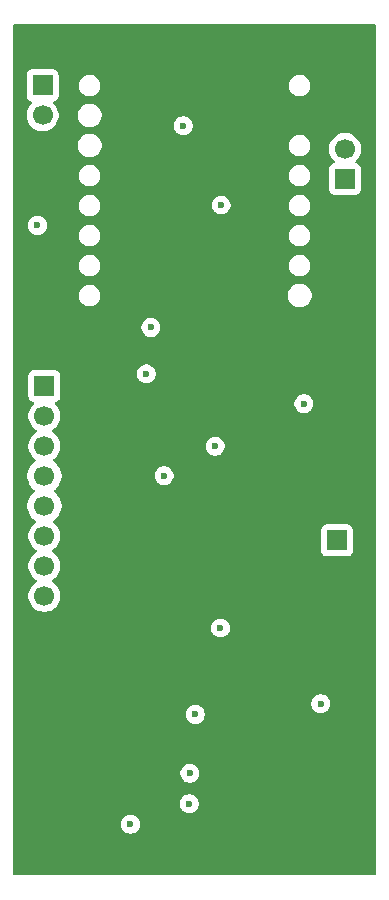
<source format=gbr>
%TF.GenerationSoftware,KiCad,Pcbnew,9.0.4*%
%TF.CreationDate,2025-09-14T15:21:26+10:00*%
%TF.ProjectId,opensenceesp32,6f70656e-7365-46e6-9365-65737033322e,rev?*%
%TF.SameCoordinates,Original*%
%TF.FileFunction,Copper,L3,Inr*%
%TF.FilePolarity,Positive*%
%FSLAX46Y46*%
G04 Gerber Fmt 4.6, Leading zero omitted, Abs format (unit mm)*
G04 Created by KiCad (PCBNEW 9.0.4) date 2025-09-14 15:21:27*
%MOMM*%
%LPD*%
G01*
G04 APERTURE LIST*
%TA.AperFunction,ComponentPad*%
%ADD10R,1.700000X1.700000*%
%TD*%
%TA.AperFunction,ComponentPad*%
%ADD11C,1.700000*%
%TD*%
%TA.AperFunction,ViaPad*%
%ADD12C,0.600000*%
%TD*%
G04 APERTURE END LIST*
D10*
%TO.N,VCC*%
%TO.C,J2*%
X242570000Y-102616000D03*
D11*
%TO.N,GND*%
X242570000Y-105156000D03*
%TD*%
D10*
%TO.N,Net-(U4-GPIO10)*%
%TO.C,SW1*%
X217652000Y-64084200D03*
D11*
%TO.N,Net-(R8-Pad2)*%
X217652000Y-66624200D03*
%TD*%
D10*
%TO.N,unconnected-(J1-Pin_1-Pad1)*%
%TO.C,J1*%
X217805000Y-89535000D03*
D11*
%TO.N,unconnected-(J1-Pin_2-Pad2)*%
X217805000Y-92075000D03*
%TO.N,unconnected-(J1-Pin_3-Pad3)*%
X217805000Y-94615000D03*
%TO.N,/SDA*%
X217805000Y-97155000D03*
%TO.N,/SCL*%
X217805000Y-99695000D03*
%TO.N,/GY_87_GND_SW*%
X217805000Y-102235000D03*
%TO.N,+3.3V*%
X217805000Y-104775000D03*
%TO.N,unconnected-(J1-Pin_8-Pad8)*%
X217805000Y-107315000D03*
%TD*%
D10*
%TO.N,+3.3V*%
%TO.C,SW2*%
X243256200Y-72014400D03*
D11*
%TO.N,Net-(SW2-B)*%
X243256200Y-69474400D03*
%TD*%
D12*
%TO.N,Net-(Q1-G)*%
X226441000Y-88519000D03*
X226822000Y-84582000D03*
%TO.N,/1PPS*%
X232765600Y-74218800D03*
X225094800Y-126644400D03*
%TO.N,/GPS_RESET*%
X241198400Y-116433600D03*
%TO.N,+3.3V*%
X239776000Y-91033600D03*
%TO.N,/GPS_TX*%
X230581200Y-117348000D03*
%TO.N,/GPS_RX*%
X232714800Y-110032800D03*
%TO.N,+3.3V*%
X217220800Y-75946000D03*
%TO.N,GND*%
X235305600Y-67208400D03*
%TO.N,+3.3V*%
X229565200Y-67513200D03*
%TO.N,GND*%
X224637600Y-94945200D03*
X222148400Y-100380800D03*
%TO.N,+3.3V*%
X227939600Y-97129600D03*
X232257600Y-94640400D03*
%TO.N,GND*%
X232460800Y-96824800D03*
X234492800Y-107289600D03*
X238099600Y-106832400D03*
X239725200Y-99872800D03*
X239776000Y-93929200D03*
%TO.N,+3.3V*%
X230124000Y-122326400D03*
X230073200Y-124917200D03*
%TO.N,GND*%
X220573600Y-122224800D03*
%TD*%
%TA.AperFunction,Conductor*%
%TO.N,GND*%
G36*
X245822539Y-58940185D02*
G01*
X245868294Y-58992989D01*
X245879500Y-59044500D01*
X245879500Y-130820500D01*
X245859815Y-130887539D01*
X245807011Y-130933294D01*
X245755500Y-130944500D01*
X215254500Y-130944500D01*
X215187461Y-130924815D01*
X215141706Y-130872011D01*
X215130500Y-130820500D01*
X215130500Y-126565553D01*
X224294300Y-126565553D01*
X224294300Y-126723246D01*
X224325061Y-126877889D01*
X224325064Y-126877901D01*
X224385402Y-127023572D01*
X224385409Y-127023585D01*
X224473010Y-127154688D01*
X224473013Y-127154692D01*
X224584507Y-127266186D01*
X224584511Y-127266189D01*
X224715614Y-127353790D01*
X224715627Y-127353797D01*
X224861298Y-127414135D01*
X224861303Y-127414137D01*
X225015953Y-127444899D01*
X225015956Y-127444900D01*
X225015958Y-127444900D01*
X225173644Y-127444900D01*
X225173645Y-127444899D01*
X225328297Y-127414137D01*
X225473979Y-127353794D01*
X225605089Y-127266189D01*
X225716589Y-127154689D01*
X225804194Y-127023579D01*
X225864537Y-126877897D01*
X225895300Y-126723242D01*
X225895300Y-126565558D01*
X225895300Y-126565555D01*
X225895299Y-126565553D01*
X225864538Y-126410910D01*
X225864537Y-126410903D01*
X225864535Y-126410898D01*
X225804197Y-126265227D01*
X225804190Y-126265214D01*
X225716589Y-126134111D01*
X225716586Y-126134107D01*
X225605092Y-126022613D01*
X225605088Y-126022610D01*
X225473985Y-125935009D01*
X225473972Y-125935002D01*
X225328301Y-125874664D01*
X225328289Y-125874661D01*
X225173645Y-125843900D01*
X225173642Y-125843900D01*
X225015958Y-125843900D01*
X225015955Y-125843900D01*
X224861310Y-125874661D01*
X224861298Y-125874664D01*
X224715627Y-125935002D01*
X224715614Y-125935009D01*
X224584511Y-126022610D01*
X224584507Y-126022613D01*
X224473013Y-126134107D01*
X224473010Y-126134111D01*
X224385409Y-126265214D01*
X224385402Y-126265227D01*
X224325064Y-126410898D01*
X224325061Y-126410910D01*
X224294300Y-126565553D01*
X215130500Y-126565553D01*
X215130500Y-124838353D01*
X229272700Y-124838353D01*
X229272700Y-124996046D01*
X229303461Y-125150689D01*
X229303464Y-125150701D01*
X229363802Y-125296372D01*
X229363809Y-125296385D01*
X229451410Y-125427488D01*
X229451413Y-125427492D01*
X229562907Y-125538986D01*
X229562911Y-125538989D01*
X229694014Y-125626590D01*
X229694027Y-125626597D01*
X229839698Y-125686935D01*
X229839703Y-125686937D01*
X229994353Y-125717699D01*
X229994356Y-125717700D01*
X229994358Y-125717700D01*
X230152044Y-125717700D01*
X230152045Y-125717699D01*
X230306697Y-125686937D01*
X230452379Y-125626594D01*
X230583489Y-125538989D01*
X230694989Y-125427489D01*
X230782594Y-125296379D01*
X230842937Y-125150697D01*
X230873700Y-124996042D01*
X230873700Y-124838358D01*
X230873700Y-124838355D01*
X230873699Y-124838353D01*
X230842938Y-124683710D01*
X230842937Y-124683703D01*
X230842935Y-124683698D01*
X230782597Y-124538027D01*
X230782590Y-124538014D01*
X230694989Y-124406911D01*
X230694986Y-124406907D01*
X230583492Y-124295413D01*
X230583488Y-124295410D01*
X230452385Y-124207809D01*
X230452372Y-124207802D01*
X230306701Y-124147464D01*
X230306689Y-124147461D01*
X230152045Y-124116700D01*
X230152042Y-124116700D01*
X229994358Y-124116700D01*
X229994355Y-124116700D01*
X229839710Y-124147461D01*
X229839698Y-124147464D01*
X229694027Y-124207802D01*
X229694014Y-124207809D01*
X229562911Y-124295410D01*
X229562907Y-124295413D01*
X229451413Y-124406907D01*
X229451410Y-124406911D01*
X229363809Y-124538014D01*
X229363802Y-124538027D01*
X229303464Y-124683698D01*
X229303461Y-124683710D01*
X229272700Y-124838353D01*
X215130500Y-124838353D01*
X215130500Y-122247553D01*
X229323500Y-122247553D01*
X229323500Y-122405246D01*
X229354261Y-122559889D01*
X229354264Y-122559901D01*
X229414602Y-122705572D01*
X229414609Y-122705585D01*
X229502210Y-122836688D01*
X229502213Y-122836692D01*
X229613707Y-122948186D01*
X229613711Y-122948189D01*
X229744814Y-123035790D01*
X229744827Y-123035797D01*
X229890498Y-123096135D01*
X229890503Y-123096137D01*
X230045153Y-123126899D01*
X230045156Y-123126900D01*
X230045158Y-123126900D01*
X230202844Y-123126900D01*
X230202845Y-123126899D01*
X230357497Y-123096137D01*
X230503179Y-123035794D01*
X230634289Y-122948189D01*
X230745789Y-122836689D01*
X230833394Y-122705579D01*
X230893737Y-122559897D01*
X230924500Y-122405242D01*
X230924500Y-122247558D01*
X230924500Y-122247555D01*
X230924499Y-122247553D01*
X230893738Y-122092910D01*
X230893737Y-122092903D01*
X230893735Y-122092898D01*
X230833397Y-121947227D01*
X230833390Y-121947214D01*
X230745789Y-121816111D01*
X230745786Y-121816107D01*
X230634292Y-121704613D01*
X230634288Y-121704610D01*
X230503185Y-121617009D01*
X230503172Y-121617002D01*
X230357501Y-121556664D01*
X230357489Y-121556661D01*
X230202845Y-121525900D01*
X230202842Y-121525900D01*
X230045158Y-121525900D01*
X230045155Y-121525900D01*
X229890510Y-121556661D01*
X229890498Y-121556664D01*
X229744827Y-121617002D01*
X229744814Y-121617009D01*
X229613711Y-121704610D01*
X229613707Y-121704613D01*
X229502213Y-121816107D01*
X229502210Y-121816111D01*
X229414609Y-121947214D01*
X229414602Y-121947227D01*
X229354264Y-122092898D01*
X229354261Y-122092910D01*
X229323500Y-122247553D01*
X215130500Y-122247553D01*
X215130500Y-117269153D01*
X229780700Y-117269153D01*
X229780700Y-117426846D01*
X229811461Y-117581489D01*
X229811464Y-117581501D01*
X229871802Y-117727172D01*
X229871809Y-117727185D01*
X229959410Y-117858288D01*
X229959413Y-117858292D01*
X230070907Y-117969786D01*
X230070911Y-117969789D01*
X230202014Y-118057390D01*
X230202027Y-118057397D01*
X230347698Y-118117735D01*
X230347703Y-118117737D01*
X230502353Y-118148499D01*
X230502356Y-118148500D01*
X230502358Y-118148500D01*
X230660044Y-118148500D01*
X230660045Y-118148499D01*
X230814697Y-118117737D01*
X230960379Y-118057394D01*
X231091489Y-117969789D01*
X231202989Y-117858289D01*
X231290594Y-117727179D01*
X231350937Y-117581497D01*
X231381700Y-117426842D01*
X231381700Y-117269158D01*
X231381700Y-117269155D01*
X231381699Y-117269153D01*
X231350938Y-117114510D01*
X231350937Y-117114503D01*
X231350935Y-117114498D01*
X231290597Y-116968827D01*
X231290590Y-116968814D01*
X231202989Y-116837711D01*
X231202986Y-116837707D01*
X231091492Y-116726213D01*
X231091488Y-116726210D01*
X230960385Y-116638609D01*
X230960372Y-116638602D01*
X230814701Y-116578264D01*
X230814689Y-116578261D01*
X230660045Y-116547500D01*
X230660042Y-116547500D01*
X230502358Y-116547500D01*
X230502355Y-116547500D01*
X230347710Y-116578261D01*
X230347698Y-116578264D01*
X230202027Y-116638602D01*
X230202014Y-116638609D01*
X230070911Y-116726210D01*
X230070907Y-116726213D01*
X229959413Y-116837707D01*
X229959410Y-116837711D01*
X229871809Y-116968814D01*
X229871802Y-116968827D01*
X229811464Y-117114498D01*
X229811461Y-117114510D01*
X229780700Y-117269153D01*
X215130500Y-117269153D01*
X215130500Y-116354753D01*
X240397900Y-116354753D01*
X240397900Y-116512446D01*
X240428661Y-116667089D01*
X240428664Y-116667101D01*
X240489002Y-116812772D01*
X240489009Y-116812785D01*
X240576610Y-116943888D01*
X240576613Y-116943892D01*
X240688107Y-117055386D01*
X240688111Y-117055389D01*
X240819214Y-117142990D01*
X240819227Y-117142997D01*
X240964898Y-117203335D01*
X240964903Y-117203337D01*
X241119553Y-117234099D01*
X241119556Y-117234100D01*
X241119558Y-117234100D01*
X241277244Y-117234100D01*
X241277245Y-117234099D01*
X241431897Y-117203337D01*
X241577579Y-117142994D01*
X241708689Y-117055389D01*
X241820189Y-116943889D01*
X241907794Y-116812779D01*
X241968137Y-116667097D01*
X241998900Y-116512442D01*
X241998900Y-116354758D01*
X241998900Y-116354755D01*
X241998899Y-116354753D01*
X241968138Y-116200110D01*
X241968137Y-116200103D01*
X241968135Y-116200098D01*
X241907797Y-116054427D01*
X241907790Y-116054414D01*
X241820189Y-115923311D01*
X241820186Y-115923307D01*
X241708692Y-115811813D01*
X241708688Y-115811810D01*
X241577585Y-115724209D01*
X241577572Y-115724202D01*
X241431901Y-115663864D01*
X241431889Y-115663861D01*
X241277245Y-115633100D01*
X241277242Y-115633100D01*
X241119558Y-115633100D01*
X241119555Y-115633100D01*
X240964910Y-115663861D01*
X240964898Y-115663864D01*
X240819227Y-115724202D01*
X240819214Y-115724209D01*
X240688111Y-115811810D01*
X240688107Y-115811813D01*
X240576613Y-115923307D01*
X240576610Y-115923311D01*
X240489009Y-116054414D01*
X240489002Y-116054427D01*
X240428664Y-116200098D01*
X240428661Y-116200110D01*
X240397900Y-116354753D01*
X215130500Y-116354753D01*
X215130500Y-109953953D01*
X231914300Y-109953953D01*
X231914300Y-110111646D01*
X231945061Y-110266289D01*
X231945064Y-110266301D01*
X232005402Y-110411972D01*
X232005409Y-110411985D01*
X232093010Y-110543088D01*
X232093013Y-110543092D01*
X232204507Y-110654586D01*
X232204511Y-110654589D01*
X232335614Y-110742190D01*
X232335627Y-110742197D01*
X232481298Y-110802535D01*
X232481303Y-110802537D01*
X232635953Y-110833299D01*
X232635956Y-110833300D01*
X232635958Y-110833300D01*
X232793644Y-110833300D01*
X232793645Y-110833299D01*
X232948297Y-110802537D01*
X233093979Y-110742194D01*
X233225089Y-110654589D01*
X233336589Y-110543089D01*
X233424194Y-110411979D01*
X233484537Y-110266297D01*
X233515300Y-110111642D01*
X233515300Y-109953958D01*
X233515300Y-109953955D01*
X233515299Y-109953953D01*
X233484538Y-109799310D01*
X233484537Y-109799303D01*
X233484535Y-109799298D01*
X233424197Y-109653627D01*
X233424190Y-109653614D01*
X233336589Y-109522511D01*
X233336586Y-109522507D01*
X233225092Y-109411013D01*
X233225088Y-109411010D01*
X233093985Y-109323409D01*
X233093972Y-109323402D01*
X232948301Y-109263064D01*
X232948289Y-109263061D01*
X232793645Y-109232300D01*
X232793642Y-109232300D01*
X232635958Y-109232300D01*
X232635955Y-109232300D01*
X232481310Y-109263061D01*
X232481298Y-109263064D01*
X232335627Y-109323402D01*
X232335614Y-109323409D01*
X232204511Y-109411010D01*
X232204507Y-109411013D01*
X232093013Y-109522507D01*
X232093010Y-109522511D01*
X232005409Y-109653614D01*
X232005402Y-109653627D01*
X231945064Y-109799298D01*
X231945061Y-109799310D01*
X231914300Y-109953953D01*
X215130500Y-109953953D01*
X215130500Y-97040837D01*
X216354500Y-97040837D01*
X216354500Y-97269162D01*
X216390215Y-97494660D01*
X216460770Y-97711803D01*
X216525576Y-97838990D01*
X216564421Y-97915228D01*
X216698621Y-98099937D01*
X216860063Y-98261379D01*
X216860069Y-98261383D01*
X216947191Y-98324683D01*
X216989857Y-98380013D01*
X216995835Y-98449627D01*
X216963228Y-98511421D01*
X216947191Y-98525317D01*
X216860069Y-98588616D01*
X216860060Y-98588623D01*
X216698622Y-98750061D01*
X216564421Y-98934771D01*
X216460770Y-99138196D01*
X216390215Y-99355339D01*
X216354500Y-99580837D01*
X216354500Y-99809162D01*
X216390215Y-100034660D01*
X216460770Y-100251803D01*
X216564421Y-100455228D01*
X216698621Y-100639937D01*
X216860063Y-100801379D01*
X217032256Y-100926486D01*
X217074921Y-100981815D01*
X217080900Y-101051429D01*
X217048294Y-101113224D01*
X217032255Y-101127121D01*
X216925214Y-101204890D01*
X216925209Y-101204894D01*
X216774890Y-101355213D01*
X216649951Y-101527179D01*
X216553444Y-101716585D01*
X216487753Y-101918760D01*
X216454500Y-102128713D01*
X216454500Y-102341286D01*
X216487753Y-102551239D01*
X216553444Y-102753414D01*
X216649951Y-102942820D01*
X216774890Y-103114786D01*
X216925213Y-103265109D01*
X217097182Y-103390050D01*
X217105946Y-103394516D01*
X217156742Y-103442491D01*
X217173536Y-103510312D01*
X217150998Y-103576447D01*
X217105946Y-103615484D01*
X217097182Y-103619949D01*
X216925213Y-103744890D01*
X216774890Y-103895213D01*
X216649951Y-104067179D01*
X216553444Y-104256585D01*
X216487753Y-104458760D01*
X216454500Y-104668713D01*
X216454500Y-104881286D01*
X216487753Y-105091239D01*
X216553444Y-105293414D01*
X216649951Y-105482820D01*
X216774890Y-105654786D01*
X216925213Y-105805109D01*
X217097182Y-105930050D01*
X217105946Y-105934516D01*
X217156742Y-105982491D01*
X217173536Y-106050312D01*
X217150998Y-106116447D01*
X217105946Y-106155484D01*
X217097182Y-106159949D01*
X216925213Y-106284890D01*
X216774890Y-106435213D01*
X216649951Y-106607179D01*
X216553444Y-106796585D01*
X216487753Y-106998760D01*
X216454500Y-107208713D01*
X216454500Y-107421286D01*
X216487753Y-107631239D01*
X216553444Y-107833414D01*
X216649951Y-108022820D01*
X216774890Y-108194786D01*
X216925213Y-108345109D01*
X217097179Y-108470048D01*
X217097181Y-108470049D01*
X217097184Y-108470051D01*
X217286588Y-108566557D01*
X217488757Y-108632246D01*
X217698713Y-108665500D01*
X217698714Y-108665500D01*
X217911286Y-108665500D01*
X217911287Y-108665500D01*
X218121243Y-108632246D01*
X218323412Y-108566557D01*
X218512816Y-108470051D01*
X218534789Y-108454086D01*
X218684786Y-108345109D01*
X218684788Y-108345106D01*
X218684792Y-108345104D01*
X218835104Y-108194792D01*
X218835106Y-108194788D01*
X218835109Y-108194786D01*
X218960048Y-108022820D01*
X218960047Y-108022820D01*
X218960051Y-108022816D01*
X219056557Y-107833412D01*
X219122246Y-107631243D01*
X219155500Y-107421287D01*
X219155500Y-107208713D01*
X219122246Y-106998757D01*
X219056557Y-106796588D01*
X218960051Y-106607184D01*
X218960049Y-106607181D01*
X218960048Y-106607179D01*
X218835109Y-106435213D01*
X218684786Y-106284890D01*
X218512820Y-106159951D01*
X218512115Y-106159591D01*
X218504054Y-106155485D01*
X218453259Y-106107512D01*
X218436463Y-106039692D01*
X218458999Y-105973556D01*
X218504054Y-105934515D01*
X218512816Y-105930051D01*
X218534789Y-105914086D01*
X218684786Y-105805109D01*
X218684788Y-105805106D01*
X218684792Y-105805104D01*
X218835104Y-105654792D01*
X218835106Y-105654788D01*
X218835109Y-105654786D01*
X218960048Y-105482820D01*
X218960047Y-105482820D01*
X218960051Y-105482816D01*
X219056557Y-105293412D01*
X219122246Y-105091243D01*
X219155500Y-104881287D01*
X219155500Y-104668713D01*
X219122246Y-104458757D01*
X219056557Y-104256588D01*
X218960051Y-104067184D01*
X218960049Y-104067181D01*
X218960048Y-104067179D01*
X218835109Y-103895213D01*
X218684786Y-103744890D01*
X218512820Y-103619951D01*
X218512115Y-103619591D01*
X218504054Y-103615485D01*
X218453259Y-103567512D01*
X218436463Y-103499692D01*
X218458999Y-103433556D01*
X218504054Y-103394515D01*
X218512816Y-103390051D01*
X218534789Y-103374086D01*
X218684786Y-103265109D01*
X218684788Y-103265106D01*
X218684792Y-103265104D01*
X218835104Y-103114792D01*
X218835106Y-103114788D01*
X218835109Y-103114786D01*
X218960048Y-102942820D01*
X218960047Y-102942820D01*
X218960051Y-102942816D01*
X219056557Y-102753412D01*
X219122246Y-102551243D01*
X219155500Y-102341287D01*
X219155500Y-102128713D01*
X219122246Y-101918757D01*
X219057060Y-101718135D01*
X241219500Y-101718135D01*
X241219500Y-103513870D01*
X241219501Y-103513876D01*
X241225908Y-103573483D01*
X241276202Y-103708328D01*
X241276206Y-103708335D01*
X241362452Y-103823544D01*
X241362455Y-103823547D01*
X241477664Y-103909793D01*
X241477671Y-103909797D01*
X241612517Y-103960091D01*
X241612516Y-103960091D01*
X241619444Y-103960835D01*
X241672127Y-103966500D01*
X243467872Y-103966499D01*
X243527483Y-103960091D01*
X243662331Y-103909796D01*
X243777546Y-103823546D01*
X243863796Y-103708331D01*
X243914091Y-103573483D01*
X243920500Y-103513873D01*
X243920499Y-101718128D01*
X243914091Y-101658517D01*
X243863796Y-101523669D01*
X243863795Y-101523668D01*
X243863793Y-101523664D01*
X243777547Y-101408455D01*
X243777544Y-101408452D01*
X243662335Y-101322206D01*
X243662328Y-101322202D01*
X243527482Y-101271908D01*
X243527483Y-101271908D01*
X243467883Y-101265501D01*
X243467881Y-101265500D01*
X243467873Y-101265500D01*
X243467864Y-101265500D01*
X241672129Y-101265500D01*
X241672123Y-101265501D01*
X241612516Y-101271908D01*
X241477671Y-101322202D01*
X241477664Y-101322206D01*
X241362455Y-101408452D01*
X241362452Y-101408455D01*
X241276206Y-101523664D01*
X241276202Y-101523671D01*
X241225908Y-101658517D01*
X241219666Y-101716585D01*
X241219501Y-101718123D01*
X241219500Y-101718135D01*
X219057060Y-101718135D01*
X219056557Y-101716588D01*
X218960051Y-101527184D01*
X218960049Y-101527181D01*
X218960048Y-101527179D01*
X218835109Y-101355213D01*
X218684792Y-101204896D01*
X218684784Y-101204890D01*
X218577743Y-101127121D01*
X218535078Y-101071792D01*
X218529099Y-101002178D01*
X218561704Y-100940383D01*
X218577734Y-100926492D01*
X218749937Y-100801379D01*
X218911379Y-100639937D01*
X219045579Y-100455228D01*
X219149231Y-100251799D01*
X219219784Y-100034660D01*
X219255500Y-99809162D01*
X219255500Y-99580837D01*
X219219784Y-99355339D01*
X219149229Y-99138196D01*
X219045578Y-98934771D01*
X218911379Y-98750063D01*
X218749937Y-98588621D01*
X218662807Y-98525317D01*
X218620143Y-98469988D01*
X218614164Y-98400374D01*
X218646770Y-98338579D01*
X218662807Y-98324683D01*
X218749937Y-98261379D01*
X218911379Y-98099937D01*
X219045579Y-97915228D01*
X219149231Y-97711799D01*
X219219784Y-97494660D01*
X219240621Y-97363101D01*
X219255500Y-97269162D01*
X219255500Y-97050753D01*
X227139100Y-97050753D01*
X227139100Y-97208446D01*
X227169861Y-97363089D01*
X227169864Y-97363101D01*
X227230202Y-97508772D01*
X227230209Y-97508785D01*
X227317810Y-97639888D01*
X227317813Y-97639892D01*
X227429307Y-97751386D01*
X227429311Y-97751389D01*
X227560414Y-97838990D01*
X227560427Y-97838997D01*
X227706098Y-97899335D01*
X227706103Y-97899337D01*
X227860753Y-97930099D01*
X227860756Y-97930100D01*
X227860758Y-97930100D01*
X228018444Y-97930100D01*
X228018445Y-97930099D01*
X228173097Y-97899337D01*
X228318779Y-97838994D01*
X228449889Y-97751389D01*
X228561389Y-97639889D01*
X228648994Y-97508779D01*
X228709337Y-97363097D01*
X228740100Y-97208442D01*
X228740100Y-97050758D01*
X228740100Y-97050755D01*
X228740099Y-97050753D01*
X228709338Y-96896110D01*
X228709337Y-96896103D01*
X228675884Y-96815339D01*
X228648997Y-96750427D01*
X228648990Y-96750414D01*
X228561389Y-96619311D01*
X228561386Y-96619307D01*
X228449892Y-96507813D01*
X228449888Y-96507810D01*
X228318785Y-96420209D01*
X228318772Y-96420202D01*
X228173101Y-96359864D01*
X228173089Y-96359861D01*
X228018445Y-96329100D01*
X228018442Y-96329100D01*
X227860758Y-96329100D01*
X227860755Y-96329100D01*
X227706110Y-96359861D01*
X227706098Y-96359864D01*
X227560427Y-96420202D01*
X227560414Y-96420209D01*
X227429311Y-96507810D01*
X227429307Y-96507813D01*
X227317813Y-96619307D01*
X227317810Y-96619311D01*
X227230209Y-96750414D01*
X227230202Y-96750427D01*
X227169864Y-96896098D01*
X227169861Y-96896110D01*
X227139100Y-97050753D01*
X219255500Y-97050753D01*
X219255500Y-97040837D01*
X219219784Y-96815339D01*
X219156090Y-96619311D01*
X219149231Y-96598201D01*
X219149229Y-96598198D01*
X219149229Y-96598196D01*
X219094550Y-96490884D01*
X219045579Y-96394772D01*
X218911379Y-96210063D01*
X218749937Y-96048621D01*
X218577742Y-95923513D01*
X218535078Y-95868184D01*
X218529099Y-95798570D01*
X218561705Y-95736775D01*
X218577740Y-95722881D01*
X218684792Y-95645104D01*
X218835104Y-95494792D01*
X218835106Y-95494788D01*
X218835109Y-95494786D01*
X218960048Y-95322820D01*
X218960047Y-95322820D01*
X218960051Y-95322816D01*
X219056557Y-95133412D01*
X219122246Y-94931243D01*
X219155500Y-94721287D01*
X219155500Y-94561553D01*
X231457100Y-94561553D01*
X231457100Y-94719246D01*
X231487861Y-94873889D01*
X231487864Y-94873901D01*
X231548202Y-95019572D01*
X231548209Y-95019585D01*
X231635810Y-95150688D01*
X231635813Y-95150692D01*
X231747307Y-95262186D01*
X231747311Y-95262189D01*
X231878414Y-95349790D01*
X231878427Y-95349797D01*
X232024098Y-95410135D01*
X232024103Y-95410137D01*
X232178753Y-95440899D01*
X232178756Y-95440900D01*
X232178758Y-95440900D01*
X232336444Y-95440900D01*
X232336445Y-95440899D01*
X232491097Y-95410137D01*
X232636779Y-95349794D01*
X232767889Y-95262189D01*
X232879389Y-95150689D01*
X232966994Y-95019579D01*
X233027337Y-94873897D01*
X233058100Y-94719242D01*
X233058100Y-94561558D01*
X233058100Y-94561555D01*
X233058099Y-94561553D01*
X233027338Y-94406910D01*
X233027337Y-94406903D01*
X232982542Y-94298757D01*
X232966997Y-94261227D01*
X232966990Y-94261214D01*
X232879389Y-94130111D01*
X232879386Y-94130107D01*
X232767892Y-94018613D01*
X232767888Y-94018610D01*
X232636785Y-93931009D01*
X232636772Y-93931002D01*
X232491101Y-93870664D01*
X232491089Y-93870661D01*
X232336445Y-93839900D01*
X232336442Y-93839900D01*
X232178758Y-93839900D01*
X232178755Y-93839900D01*
X232024110Y-93870661D01*
X232024098Y-93870664D01*
X231878427Y-93931002D01*
X231878414Y-93931009D01*
X231747311Y-94018610D01*
X231747307Y-94018613D01*
X231635813Y-94130107D01*
X231635810Y-94130111D01*
X231548209Y-94261214D01*
X231548202Y-94261227D01*
X231487864Y-94406898D01*
X231487861Y-94406910D01*
X231457100Y-94561553D01*
X219155500Y-94561553D01*
X219155500Y-94508713D01*
X219122246Y-94298757D01*
X219056557Y-94096588D01*
X218960051Y-93907184D01*
X218960049Y-93907181D01*
X218960048Y-93907179D01*
X218835109Y-93735213D01*
X218684786Y-93584890D01*
X218512820Y-93459951D01*
X218512115Y-93459591D01*
X218504054Y-93455485D01*
X218453259Y-93407512D01*
X218436463Y-93339692D01*
X218458999Y-93273556D01*
X218504054Y-93234515D01*
X218512816Y-93230051D01*
X218534789Y-93214086D01*
X218684786Y-93105109D01*
X218684788Y-93105106D01*
X218684792Y-93105104D01*
X218835104Y-92954792D01*
X218835106Y-92954788D01*
X218835109Y-92954786D01*
X218960048Y-92782820D01*
X218960047Y-92782820D01*
X218960051Y-92782816D01*
X219056557Y-92593412D01*
X219122246Y-92391243D01*
X219155500Y-92181287D01*
X219155500Y-91968713D01*
X219122246Y-91758757D01*
X219056557Y-91556588D01*
X218960051Y-91367184D01*
X218960049Y-91367181D01*
X218960048Y-91367179D01*
X218835109Y-91195213D01*
X218721569Y-91081673D01*
X218716650Y-91072666D01*
X218690954Y-91025606D01*
X218688084Y-91020350D01*
X218692775Y-90954753D01*
X238975500Y-90954753D01*
X238975500Y-91112446D01*
X239006261Y-91267089D01*
X239006264Y-91267101D01*
X239066602Y-91412772D01*
X239066609Y-91412785D01*
X239154210Y-91543888D01*
X239154213Y-91543892D01*
X239265707Y-91655386D01*
X239265711Y-91655389D01*
X239396814Y-91742990D01*
X239396827Y-91742997D01*
X239542498Y-91803335D01*
X239542503Y-91803337D01*
X239697153Y-91834099D01*
X239697156Y-91834100D01*
X239697158Y-91834100D01*
X239854844Y-91834100D01*
X239854845Y-91834099D01*
X240009497Y-91803337D01*
X240155179Y-91742994D01*
X240286289Y-91655389D01*
X240397789Y-91543889D01*
X240485394Y-91412779D01*
X240545737Y-91267097D01*
X240576500Y-91112442D01*
X240576500Y-90954758D01*
X240576500Y-90954755D01*
X240576499Y-90954753D01*
X240564558Y-90894724D01*
X240545737Y-90800103D01*
X240521897Y-90742547D01*
X240485397Y-90654427D01*
X240485390Y-90654414D01*
X240397789Y-90523311D01*
X240397786Y-90523307D01*
X240286292Y-90411813D01*
X240286288Y-90411810D01*
X240155185Y-90324209D01*
X240155172Y-90324202D01*
X240009501Y-90263864D01*
X240009489Y-90263861D01*
X239854845Y-90233100D01*
X239854842Y-90233100D01*
X239697158Y-90233100D01*
X239697155Y-90233100D01*
X239542510Y-90263861D01*
X239542498Y-90263864D01*
X239396827Y-90324202D01*
X239396814Y-90324209D01*
X239265711Y-90411810D01*
X239265707Y-90411813D01*
X239154213Y-90523307D01*
X239154210Y-90523311D01*
X239066609Y-90654414D01*
X239066602Y-90654427D01*
X239006264Y-90800098D01*
X239006261Y-90800110D01*
X238975500Y-90954753D01*
X218692775Y-90954753D01*
X218693068Y-90950658D01*
X218714290Y-90922309D01*
X218734940Y-90894724D01*
X218765915Y-90877810D01*
X218807315Y-90862369D01*
X218887444Y-90832484D01*
X218897328Y-90828797D01*
X218897327Y-90828797D01*
X218897331Y-90828796D01*
X219012546Y-90742546D01*
X219098796Y-90627331D01*
X219149091Y-90492483D01*
X219155500Y-90432873D01*
X219155499Y-88637128D01*
X219149091Y-88577517D01*
X219149091Y-88577516D01*
X219111750Y-88477399D01*
X219098797Y-88442671D01*
X219098793Y-88442664D01*
X219096913Y-88440153D01*
X225640500Y-88440153D01*
X225640500Y-88597846D01*
X225671261Y-88752489D01*
X225671264Y-88752501D01*
X225731602Y-88898172D01*
X225731609Y-88898185D01*
X225819210Y-89029288D01*
X225819213Y-89029292D01*
X225930707Y-89140786D01*
X225930711Y-89140789D01*
X226061814Y-89228390D01*
X226061827Y-89228397D01*
X226207498Y-89288735D01*
X226207503Y-89288737D01*
X226362153Y-89319499D01*
X226362156Y-89319500D01*
X226362158Y-89319500D01*
X226519844Y-89319500D01*
X226519845Y-89319499D01*
X226674497Y-89288737D01*
X226820179Y-89228394D01*
X226951289Y-89140789D01*
X227062789Y-89029289D01*
X227150394Y-88898179D01*
X227210737Y-88752497D01*
X227241500Y-88597842D01*
X227241500Y-88440158D01*
X227241500Y-88440155D01*
X227241499Y-88440153D01*
X227219082Y-88327455D01*
X227210737Y-88285503D01*
X227192387Y-88241202D01*
X227150397Y-88139827D01*
X227150390Y-88139814D01*
X227062789Y-88008711D01*
X227062786Y-88008707D01*
X226951292Y-87897213D01*
X226951288Y-87897210D01*
X226820185Y-87809609D01*
X226820172Y-87809602D01*
X226674501Y-87749264D01*
X226674489Y-87749261D01*
X226519845Y-87718500D01*
X226519842Y-87718500D01*
X226362158Y-87718500D01*
X226362155Y-87718500D01*
X226207510Y-87749261D01*
X226207498Y-87749264D01*
X226061827Y-87809602D01*
X226061814Y-87809609D01*
X225930711Y-87897210D01*
X225930707Y-87897213D01*
X225819213Y-88008707D01*
X225819210Y-88008711D01*
X225731609Y-88139814D01*
X225731602Y-88139827D01*
X225671264Y-88285498D01*
X225671261Y-88285510D01*
X225640500Y-88440153D01*
X219096913Y-88440153D01*
X219012547Y-88327455D01*
X219012544Y-88327452D01*
X218897335Y-88241206D01*
X218897328Y-88241202D01*
X218762482Y-88190908D01*
X218762483Y-88190908D01*
X218702883Y-88184501D01*
X218702881Y-88184500D01*
X218702873Y-88184500D01*
X218702864Y-88184500D01*
X216907129Y-88184500D01*
X216907123Y-88184501D01*
X216847516Y-88190908D01*
X216712671Y-88241202D01*
X216712664Y-88241206D01*
X216597455Y-88327452D01*
X216597452Y-88327455D01*
X216511206Y-88442664D01*
X216511202Y-88442671D01*
X216460908Y-88577517D01*
X216458723Y-88597846D01*
X216454501Y-88637123D01*
X216454500Y-88637135D01*
X216454500Y-90432870D01*
X216454501Y-90432876D01*
X216460908Y-90492483D01*
X216511202Y-90627328D01*
X216511206Y-90627335D01*
X216597452Y-90742544D01*
X216597455Y-90742547D01*
X216712664Y-90828793D01*
X216712671Y-90828797D01*
X216844082Y-90877810D01*
X216900016Y-90919681D01*
X216924433Y-90985145D01*
X216909582Y-91053418D01*
X216888431Y-91081673D01*
X216774889Y-91195215D01*
X216649951Y-91367179D01*
X216553444Y-91556585D01*
X216487753Y-91758760D01*
X216454500Y-91968713D01*
X216454500Y-92181286D01*
X216487753Y-92391239D01*
X216553444Y-92593414D01*
X216649951Y-92782820D01*
X216774890Y-92954786D01*
X216925213Y-93105109D01*
X217097182Y-93230050D01*
X217105946Y-93234516D01*
X217156742Y-93282491D01*
X217173536Y-93350312D01*
X217150998Y-93416447D01*
X217105946Y-93455484D01*
X217097182Y-93459949D01*
X216925213Y-93584890D01*
X216774890Y-93735213D01*
X216649951Y-93907179D01*
X216553444Y-94096585D01*
X216487753Y-94298760D01*
X216470626Y-94406898D01*
X216454500Y-94508713D01*
X216454500Y-94721287D01*
X216487754Y-94931243D01*
X216516458Y-95019585D01*
X216553444Y-95133414D01*
X216649951Y-95322820D01*
X216774890Y-95494786D01*
X216774896Y-95494792D01*
X216925208Y-95645104D01*
X217032256Y-95722878D01*
X217074921Y-95778207D01*
X217080900Y-95847820D01*
X217048295Y-95909616D01*
X217032256Y-95923514D01*
X216860061Y-96048622D01*
X216698622Y-96210061D01*
X216564421Y-96394771D01*
X216460770Y-96598196D01*
X216390215Y-96815339D01*
X216354500Y-97040837D01*
X215130500Y-97040837D01*
X215130500Y-84503153D01*
X226021500Y-84503153D01*
X226021500Y-84660846D01*
X226052261Y-84815489D01*
X226052264Y-84815501D01*
X226112602Y-84961172D01*
X226112609Y-84961185D01*
X226200210Y-85092288D01*
X226200213Y-85092292D01*
X226311707Y-85203786D01*
X226311711Y-85203789D01*
X226442814Y-85291390D01*
X226442827Y-85291397D01*
X226588498Y-85351735D01*
X226588503Y-85351737D01*
X226743153Y-85382499D01*
X226743156Y-85382500D01*
X226743158Y-85382500D01*
X226900844Y-85382500D01*
X226900845Y-85382499D01*
X227055497Y-85351737D01*
X227201179Y-85291394D01*
X227332289Y-85203789D01*
X227443789Y-85092289D01*
X227531394Y-84961179D01*
X227591737Y-84815497D01*
X227622500Y-84660842D01*
X227622500Y-84503158D01*
X227622500Y-84503155D01*
X227622499Y-84503153D01*
X227591738Y-84348510D01*
X227591737Y-84348503D01*
X227591735Y-84348498D01*
X227531397Y-84202827D01*
X227531390Y-84202814D01*
X227443789Y-84071711D01*
X227443786Y-84071707D01*
X227332292Y-83960213D01*
X227332288Y-83960210D01*
X227201185Y-83872609D01*
X227201172Y-83872602D01*
X227055501Y-83812264D01*
X227055489Y-83812261D01*
X226900845Y-83781500D01*
X226900842Y-83781500D01*
X226743158Y-83781500D01*
X226743155Y-83781500D01*
X226588510Y-83812261D01*
X226588498Y-83812264D01*
X226442827Y-83872602D01*
X226442814Y-83872609D01*
X226311711Y-83960210D01*
X226311707Y-83960213D01*
X226200213Y-84071707D01*
X226200210Y-84071711D01*
X226112609Y-84202814D01*
X226112602Y-84202827D01*
X226052264Y-84348498D01*
X226052261Y-84348510D01*
X226021500Y-84503153D01*
X215130500Y-84503153D01*
X215130500Y-81800904D01*
X220739900Y-81800904D01*
X220739900Y-81978295D01*
X220774503Y-82152258D01*
X220774506Y-82152267D01*
X220842383Y-82316140D01*
X220842390Y-82316153D01*
X220940935Y-82463634D01*
X220940938Y-82463638D01*
X221066361Y-82589061D01*
X221066365Y-82589064D01*
X221213846Y-82687609D01*
X221213859Y-82687616D01*
X221336763Y-82738523D01*
X221377734Y-82755494D01*
X221377736Y-82755494D01*
X221377741Y-82755496D01*
X221551704Y-82790099D01*
X221551707Y-82790100D01*
X221551709Y-82790100D01*
X221729093Y-82790100D01*
X221729094Y-82790099D01*
X221798830Y-82776228D01*
X221903058Y-82755496D01*
X221903061Y-82755494D01*
X221903066Y-82755494D01*
X222066947Y-82687613D01*
X222214435Y-82589064D01*
X222339864Y-82463635D01*
X222438413Y-82316147D01*
X222506294Y-82152266D01*
X222538940Y-81988143D01*
X238419899Y-81988143D01*
X238458347Y-82181429D01*
X238458350Y-82181439D01*
X238533764Y-82363507D01*
X238533771Y-82363520D01*
X238643260Y-82527381D01*
X238643263Y-82527385D01*
X238782614Y-82666736D01*
X238782618Y-82666739D01*
X238946479Y-82776228D01*
X238946492Y-82776235D01*
X239128560Y-82851649D01*
X239128565Y-82851651D01*
X239128569Y-82851651D01*
X239128570Y-82851652D01*
X239321856Y-82890100D01*
X239321859Y-82890100D01*
X239518943Y-82890100D01*
X239648982Y-82864232D01*
X239712235Y-82851651D01*
X239894314Y-82776232D01*
X240058182Y-82666739D01*
X240197539Y-82527382D01*
X240307032Y-82363514D01*
X240382451Y-82181435D01*
X240420900Y-81988141D01*
X240420900Y-81791059D01*
X240420900Y-81791056D01*
X240382452Y-81597770D01*
X240382451Y-81597769D01*
X240382451Y-81597765D01*
X240382449Y-81597760D01*
X240307035Y-81415692D01*
X240307028Y-81415679D01*
X240197539Y-81251818D01*
X240197536Y-81251814D01*
X240058185Y-81112463D01*
X240058181Y-81112460D01*
X239894320Y-81002971D01*
X239894307Y-81002964D01*
X239712239Y-80927550D01*
X239712229Y-80927547D01*
X239518943Y-80889100D01*
X239518941Y-80889100D01*
X239321859Y-80889100D01*
X239321857Y-80889100D01*
X239128570Y-80927547D01*
X239128560Y-80927550D01*
X238946492Y-81002964D01*
X238946479Y-81002971D01*
X238782618Y-81112460D01*
X238782614Y-81112463D01*
X238643263Y-81251814D01*
X238643260Y-81251818D01*
X238533771Y-81415679D01*
X238533764Y-81415692D01*
X238458350Y-81597760D01*
X238458347Y-81597770D01*
X238419900Y-81791056D01*
X238419900Y-81791059D01*
X238419900Y-81988141D01*
X238419900Y-81988143D01*
X238419899Y-81988143D01*
X222538940Y-81988143D01*
X222540900Y-81978291D01*
X222540900Y-81800909D01*
X222540900Y-81800906D01*
X222540899Y-81800904D01*
X222506296Y-81626941D01*
X222506293Y-81626932D01*
X222438416Y-81463059D01*
X222438409Y-81463046D01*
X222339864Y-81315565D01*
X222339861Y-81315561D01*
X222214438Y-81190138D01*
X222214434Y-81190135D01*
X222066953Y-81091590D01*
X222066940Y-81091583D01*
X221903067Y-81023706D01*
X221903058Y-81023703D01*
X221729094Y-80989100D01*
X221729091Y-80989100D01*
X221551709Y-80989100D01*
X221551706Y-80989100D01*
X221377741Y-81023703D01*
X221377732Y-81023706D01*
X221213859Y-81091583D01*
X221213846Y-81091590D01*
X221066365Y-81190135D01*
X221066361Y-81190138D01*
X220940938Y-81315561D01*
X220940935Y-81315565D01*
X220842390Y-81463046D01*
X220842383Y-81463059D01*
X220774506Y-81626932D01*
X220774503Y-81626941D01*
X220739900Y-81800904D01*
X215130500Y-81800904D01*
X215130500Y-79260904D01*
X220739900Y-79260904D01*
X220739900Y-79438295D01*
X220774503Y-79612258D01*
X220774506Y-79612267D01*
X220842383Y-79776140D01*
X220842390Y-79776153D01*
X220940935Y-79923634D01*
X220940938Y-79923638D01*
X221066361Y-80049061D01*
X221066365Y-80049064D01*
X221213846Y-80147609D01*
X221213859Y-80147616D01*
X221336763Y-80198523D01*
X221377734Y-80215494D01*
X221377736Y-80215494D01*
X221377741Y-80215496D01*
X221551704Y-80250099D01*
X221551707Y-80250100D01*
X221551709Y-80250100D01*
X221729093Y-80250100D01*
X221729094Y-80250099D01*
X221787082Y-80238564D01*
X221903058Y-80215496D01*
X221903061Y-80215494D01*
X221903066Y-80215494D01*
X222066947Y-80147613D01*
X222214435Y-80049064D01*
X222339864Y-79923635D01*
X222438413Y-79776147D01*
X222506294Y-79612266D01*
X222540900Y-79438291D01*
X222540900Y-79260909D01*
X222540900Y-79260906D01*
X222540899Y-79260904D01*
X238519900Y-79260904D01*
X238519900Y-79438295D01*
X238554503Y-79612258D01*
X238554506Y-79612267D01*
X238622383Y-79776140D01*
X238622390Y-79776153D01*
X238720935Y-79923634D01*
X238720938Y-79923638D01*
X238846361Y-80049061D01*
X238846365Y-80049064D01*
X238993846Y-80147609D01*
X238993859Y-80147616D01*
X239116763Y-80198523D01*
X239157734Y-80215494D01*
X239157736Y-80215494D01*
X239157741Y-80215496D01*
X239331704Y-80250099D01*
X239331707Y-80250100D01*
X239331709Y-80250100D01*
X239509093Y-80250100D01*
X239509094Y-80250099D01*
X239567082Y-80238564D01*
X239683058Y-80215496D01*
X239683061Y-80215494D01*
X239683066Y-80215494D01*
X239846947Y-80147613D01*
X239994435Y-80049064D01*
X240119864Y-79923635D01*
X240218413Y-79776147D01*
X240286294Y-79612266D01*
X240320900Y-79438291D01*
X240320900Y-79260909D01*
X240320900Y-79260906D01*
X240320899Y-79260904D01*
X240286296Y-79086941D01*
X240286293Y-79086932D01*
X240218416Y-78923059D01*
X240218409Y-78923046D01*
X240119864Y-78775565D01*
X240119861Y-78775561D01*
X239994438Y-78650138D01*
X239994434Y-78650135D01*
X239846953Y-78551590D01*
X239846940Y-78551583D01*
X239683067Y-78483706D01*
X239683058Y-78483703D01*
X239509094Y-78449100D01*
X239509091Y-78449100D01*
X239331709Y-78449100D01*
X239331706Y-78449100D01*
X239157741Y-78483703D01*
X239157732Y-78483706D01*
X238993859Y-78551583D01*
X238993846Y-78551590D01*
X238846365Y-78650135D01*
X238846361Y-78650138D01*
X238720938Y-78775561D01*
X238720935Y-78775565D01*
X238622390Y-78923046D01*
X238622383Y-78923059D01*
X238554506Y-79086932D01*
X238554503Y-79086941D01*
X238519900Y-79260904D01*
X222540899Y-79260904D01*
X222506296Y-79086941D01*
X222506293Y-79086932D01*
X222438416Y-78923059D01*
X222438409Y-78923046D01*
X222339864Y-78775565D01*
X222339861Y-78775561D01*
X222214438Y-78650138D01*
X222214434Y-78650135D01*
X222066953Y-78551590D01*
X222066940Y-78551583D01*
X221903067Y-78483706D01*
X221903058Y-78483703D01*
X221729094Y-78449100D01*
X221729091Y-78449100D01*
X221551709Y-78449100D01*
X221551706Y-78449100D01*
X221377741Y-78483703D01*
X221377732Y-78483706D01*
X221213859Y-78551583D01*
X221213846Y-78551590D01*
X221066365Y-78650135D01*
X221066361Y-78650138D01*
X220940938Y-78775561D01*
X220940935Y-78775565D01*
X220842390Y-78923046D01*
X220842383Y-78923059D01*
X220774506Y-79086932D01*
X220774503Y-79086941D01*
X220739900Y-79260904D01*
X215130500Y-79260904D01*
X215130500Y-75867153D01*
X216420300Y-75867153D01*
X216420300Y-76024846D01*
X216451061Y-76179489D01*
X216451064Y-76179501D01*
X216511402Y-76325172D01*
X216511409Y-76325185D01*
X216599010Y-76456288D01*
X216599013Y-76456292D01*
X216710507Y-76567786D01*
X216710511Y-76567789D01*
X216841614Y-76655390D01*
X216841627Y-76655397D01*
X216987298Y-76715735D01*
X216987303Y-76715737D01*
X217141953Y-76746499D01*
X217141956Y-76746500D01*
X217141958Y-76746500D01*
X217299644Y-76746500D01*
X217299645Y-76746499D01*
X217428321Y-76720904D01*
X220739900Y-76720904D01*
X220739900Y-76898295D01*
X220774503Y-77072258D01*
X220774506Y-77072267D01*
X220842383Y-77236140D01*
X220842390Y-77236153D01*
X220940935Y-77383634D01*
X220940938Y-77383638D01*
X221066361Y-77509061D01*
X221066365Y-77509064D01*
X221213846Y-77607609D01*
X221213859Y-77607616D01*
X221336763Y-77658523D01*
X221377734Y-77675494D01*
X221377736Y-77675494D01*
X221377741Y-77675496D01*
X221551704Y-77710099D01*
X221551707Y-77710100D01*
X221551709Y-77710100D01*
X221729093Y-77710100D01*
X221729094Y-77710099D01*
X221787082Y-77698564D01*
X221903058Y-77675496D01*
X221903061Y-77675494D01*
X221903066Y-77675494D01*
X222066947Y-77607613D01*
X222214435Y-77509064D01*
X222339864Y-77383635D01*
X222438413Y-77236147D01*
X222506294Y-77072266D01*
X222540900Y-76898291D01*
X222540900Y-76720909D01*
X222540900Y-76720906D01*
X222540899Y-76720904D01*
X238519900Y-76720904D01*
X238519900Y-76898295D01*
X238554503Y-77072258D01*
X238554506Y-77072267D01*
X238622383Y-77236140D01*
X238622390Y-77236153D01*
X238720935Y-77383634D01*
X238720938Y-77383638D01*
X238846361Y-77509061D01*
X238846365Y-77509064D01*
X238993846Y-77607609D01*
X238993859Y-77607616D01*
X239116763Y-77658523D01*
X239157734Y-77675494D01*
X239157736Y-77675494D01*
X239157741Y-77675496D01*
X239331704Y-77710099D01*
X239331707Y-77710100D01*
X239331709Y-77710100D01*
X239509093Y-77710100D01*
X239509094Y-77710099D01*
X239567082Y-77698564D01*
X239683058Y-77675496D01*
X239683061Y-77675494D01*
X239683066Y-77675494D01*
X239846947Y-77607613D01*
X239994435Y-77509064D01*
X240119864Y-77383635D01*
X240218413Y-77236147D01*
X240286294Y-77072266D01*
X240320900Y-76898291D01*
X240320900Y-76720909D01*
X240320900Y-76720906D01*
X240320899Y-76720904D01*
X240286296Y-76546941D01*
X240286293Y-76546932D01*
X240218416Y-76383059D01*
X240218409Y-76383046D01*
X240119864Y-76235565D01*
X240119861Y-76235561D01*
X239994438Y-76110138D01*
X239994434Y-76110135D01*
X239846953Y-76011590D01*
X239846940Y-76011583D01*
X239683067Y-75943706D01*
X239683058Y-75943703D01*
X239509094Y-75909100D01*
X239509091Y-75909100D01*
X239331709Y-75909100D01*
X239331706Y-75909100D01*
X239157741Y-75943703D01*
X239157732Y-75943706D01*
X238993859Y-76011583D01*
X238993846Y-76011590D01*
X238846365Y-76110135D01*
X238846361Y-76110138D01*
X238720938Y-76235561D01*
X238720935Y-76235565D01*
X238622390Y-76383046D01*
X238622383Y-76383059D01*
X238554506Y-76546932D01*
X238554503Y-76546941D01*
X238519900Y-76720904D01*
X222540899Y-76720904D01*
X222506296Y-76546941D01*
X222506293Y-76546932D01*
X222438416Y-76383059D01*
X222438409Y-76383046D01*
X222339864Y-76235565D01*
X222339861Y-76235561D01*
X222214438Y-76110138D01*
X222214434Y-76110135D01*
X222066953Y-76011590D01*
X222066940Y-76011583D01*
X221903067Y-75943706D01*
X221903058Y-75943703D01*
X221729094Y-75909100D01*
X221729091Y-75909100D01*
X221551709Y-75909100D01*
X221551706Y-75909100D01*
X221377741Y-75943703D01*
X221377732Y-75943706D01*
X221213859Y-76011583D01*
X221213846Y-76011590D01*
X221066365Y-76110135D01*
X221066361Y-76110138D01*
X220940938Y-76235561D01*
X220940935Y-76235565D01*
X220842390Y-76383046D01*
X220842383Y-76383059D01*
X220774506Y-76546932D01*
X220774503Y-76546941D01*
X220739900Y-76720904D01*
X217428321Y-76720904D01*
X217454297Y-76715737D01*
X217599979Y-76655394D01*
X217599985Y-76655390D01*
X217665350Y-76611715D01*
X217695177Y-76591784D01*
X217731089Y-76567789D01*
X217842589Y-76456289D01*
X217930194Y-76325179D01*
X217990537Y-76179497D01*
X218021300Y-76024842D01*
X218021300Y-75867158D01*
X218021300Y-75867155D01*
X218021299Y-75867153D01*
X217990538Y-75712510D01*
X217990537Y-75712503D01*
X217990535Y-75712498D01*
X217930197Y-75566827D01*
X217930190Y-75566814D01*
X217842589Y-75435711D01*
X217842586Y-75435707D01*
X217731092Y-75324213D01*
X217731088Y-75324210D01*
X217599985Y-75236609D01*
X217599972Y-75236602D01*
X217454301Y-75176264D01*
X217454289Y-75176261D01*
X217299645Y-75145500D01*
X217299642Y-75145500D01*
X217141958Y-75145500D01*
X217141955Y-75145500D01*
X216987310Y-75176261D01*
X216987298Y-75176264D01*
X216841627Y-75236602D01*
X216841614Y-75236609D01*
X216710511Y-75324210D01*
X216710507Y-75324213D01*
X216599013Y-75435707D01*
X216599010Y-75435711D01*
X216511409Y-75566814D01*
X216511402Y-75566827D01*
X216451064Y-75712498D01*
X216451061Y-75712510D01*
X216420300Y-75867153D01*
X215130500Y-75867153D01*
X215130500Y-74180904D01*
X220739900Y-74180904D01*
X220739900Y-74358295D01*
X220774503Y-74532258D01*
X220774506Y-74532267D01*
X220842383Y-74696140D01*
X220842390Y-74696153D01*
X220940935Y-74843634D01*
X220940938Y-74843638D01*
X221066361Y-74969061D01*
X221066365Y-74969064D01*
X221213846Y-75067609D01*
X221213859Y-75067616D01*
X221336763Y-75118523D01*
X221377734Y-75135494D01*
X221377736Y-75135494D01*
X221377741Y-75135496D01*
X221551704Y-75170099D01*
X221551707Y-75170100D01*
X221551709Y-75170100D01*
X221729093Y-75170100D01*
X221729094Y-75170099D01*
X221787082Y-75158564D01*
X221903058Y-75135496D01*
X221903061Y-75135494D01*
X221903066Y-75135494D01*
X222066947Y-75067613D01*
X222214435Y-74969064D01*
X222339864Y-74843635D01*
X222438413Y-74696147D01*
X222506294Y-74532266D01*
X222540900Y-74358291D01*
X222540900Y-74180909D01*
X222540900Y-74180906D01*
X222536355Y-74158058D01*
X222536355Y-74158057D01*
X222532754Y-74139953D01*
X231965100Y-74139953D01*
X231965100Y-74297646D01*
X231995861Y-74452289D01*
X231995864Y-74452301D01*
X232056202Y-74597972D01*
X232056209Y-74597985D01*
X232143810Y-74729088D01*
X232143813Y-74729092D01*
X232255307Y-74840586D01*
X232255311Y-74840589D01*
X232386414Y-74928190D01*
X232386427Y-74928197D01*
X232532098Y-74988535D01*
X232532103Y-74988537D01*
X232686753Y-75019299D01*
X232686756Y-75019300D01*
X232686758Y-75019300D01*
X232844444Y-75019300D01*
X232844445Y-75019299D01*
X232999097Y-74988537D01*
X233144779Y-74928194D01*
X233275889Y-74840589D01*
X233387389Y-74729089D01*
X233474994Y-74597979D01*
X233535337Y-74452297D01*
X233566100Y-74297642D01*
X233566100Y-74180904D01*
X238519900Y-74180904D01*
X238519900Y-74358295D01*
X238554503Y-74532258D01*
X238554506Y-74532267D01*
X238622383Y-74696140D01*
X238622390Y-74696153D01*
X238720935Y-74843634D01*
X238720938Y-74843638D01*
X238846361Y-74969061D01*
X238846365Y-74969064D01*
X238993846Y-75067609D01*
X238993859Y-75067616D01*
X239116763Y-75118523D01*
X239157734Y-75135494D01*
X239157736Y-75135494D01*
X239157741Y-75135496D01*
X239331704Y-75170099D01*
X239331707Y-75170100D01*
X239331709Y-75170100D01*
X239509093Y-75170100D01*
X239509094Y-75170099D01*
X239567082Y-75158564D01*
X239683058Y-75135496D01*
X239683061Y-75135494D01*
X239683066Y-75135494D01*
X239846947Y-75067613D01*
X239994435Y-74969064D01*
X240119864Y-74843635D01*
X240218413Y-74696147D01*
X240286294Y-74532266D01*
X240320900Y-74358291D01*
X240320900Y-74180909D01*
X240320900Y-74180906D01*
X240320899Y-74180904D01*
X240286296Y-74006941D01*
X240286293Y-74006932D01*
X240218416Y-73843059D01*
X240218409Y-73843046D01*
X240119864Y-73695565D01*
X240119861Y-73695561D01*
X239994438Y-73570138D01*
X239994434Y-73570135D01*
X239846953Y-73471590D01*
X239846940Y-73471583D01*
X239683067Y-73403706D01*
X239683058Y-73403703D01*
X239509094Y-73369100D01*
X239509091Y-73369100D01*
X239331709Y-73369100D01*
X239331706Y-73369100D01*
X239157741Y-73403703D01*
X239157732Y-73403706D01*
X238993859Y-73471583D01*
X238993846Y-73471590D01*
X238846365Y-73570135D01*
X238846361Y-73570138D01*
X238720938Y-73695561D01*
X238720935Y-73695565D01*
X238622390Y-73843046D01*
X238622383Y-73843059D01*
X238554506Y-74006932D01*
X238554503Y-74006941D01*
X238519900Y-74180904D01*
X233566100Y-74180904D01*
X233566100Y-74139958D01*
X233566100Y-74139955D01*
X233566099Y-74139953D01*
X233539641Y-74006941D01*
X233535337Y-73985303D01*
X233535335Y-73985298D01*
X233474997Y-73839627D01*
X233474990Y-73839614D01*
X233387389Y-73708511D01*
X233387386Y-73708507D01*
X233275892Y-73597013D01*
X233275888Y-73597010D01*
X233144785Y-73509409D01*
X233144772Y-73509402D01*
X232999101Y-73449064D01*
X232999089Y-73449061D01*
X232844445Y-73418300D01*
X232844442Y-73418300D01*
X232686758Y-73418300D01*
X232686755Y-73418300D01*
X232532110Y-73449061D01*
X232532098Y-73449064D01*
X232386427Y-73509402D01*
X232386414Y-73509409D01*
X232255311Y-73597010D01*
X232255307Y-73597013D01*
X232143813Y-73708507D01*
X232143810Y-73708511D01*
X232056209Y-73839614D01*
X232056202Y-73839627D01*
X231995864Y-73985298D01*
X231995861Y-73985310D01*
X231965100Y-74139953D01*
X222532754Y-74139953D01*
X222506296Y-74006941D01*
X222506293Y-74006932D01*
X222438416Y-73843059D01*
X222438409Y-73843046D01*
X222339864Y-73695565D01*
X222339861Y-73695561D01*
X222214438Y-73570138D01*
X222214434Y-73570135D01*
X222066953Y-73471590D01*
X222066940Y-73471583D01*
X221903067Y-73403706D01*
X221903058Y-73403703D01*
X221729094Y-73369100D01*
X221729091Y-73369100D01*
X221551709Y-73369100D01*
X221551706Y-73369100D01*
X221377741Y-73403703D01*
X221377732Y-73403706D01*
X221213859Y-73471583D01*
X221213846Y-73471590D01*
X221066365Y-73570135D01*
X221066361Y-73570138D01*
X220940938Y-73695561D01*
X220940935Y-73695565D01*
X220842390Y-73843046D01*
X220842383Y-73843059D01*
X220774506Y-74006932D01*
X220774503Y-74006941D01*
X220739900Y-74180904D01*
X215130500Y-74180904D01*
X215130500Y-71640904D01*
X220739900Y-71640904D01*
X220739900Y-71818295D01*
X220774503Y-71992258D01*
X220774506Y-71992267D01*
X220842383Y-72156140D01*
X220842390Y-72156153D01*
X220940935Y-72303634D01*
X220940938Y-72303638D01*
X221066361Y-72429061D01*
X221066365Y-72429064D01*
X221213846Y-72527609D01*
X221213859Y-72527616D01*
X221336763Y-72578523D01*
X221377734Y-72595494D01*
X221377736Y-72595494D01*
X221377741Y-72595496D01*
X221551704Y-72630099D01*
X221551707Y-72630100D01*
X221551709Y-72630100D01*
X221729093Y-72630100D01*
X221729094Y-72630099D01*
X221787082Y-72618564D01*
X221903058Y-72595496D01*
X221903061Y-72595494D01*
X221903066Y-72595494D01*
X222066947Y-72527613D01*
X222214435Y-72429064D01*
X222339864Y-72303635D01*
X222438413Y-72156147D01*
X222506294Y-71992266D01*
X222540900Y-71818291D01*
X222540900Y-71640909D01*
X222540900Y-71640906D01*
X222540899Y-71640904D01*
X238519900Y-71640904D01*
X238519900Y-71818295D01*
X238554503Y-71992258D01*
X238554506Y-71992267D01*
X238622383Y-72156140D01*
X238622390Y-72156153D01*
X238720935Y-72303634D01*
X238720938Y-72303638D01*
X238846361Y-72429061D01*
X238846365Y-72429064D01*
X238993846Y-72527609D01*
X238993859Y-72527616D01*
X239116763Y-72578523D01*
X239157734Y-72595494D01*
X239157736Y-72595494D01*
X239157741Y-72595496D01*
X239331704Y-72630099D01*
X239331707Y-72630100D01*
X239331709Y-72630100D01*
X239509093Y-72630100D01*
X239509094Y-72630099D01*
X239567082Y-72618564D01*
X239683058Y-72595496D01*
X239683061Y-72595494D01*
X239683066Y-72595494D01*
X239846947Y-72527613D01*
X239994435Y-72429064D01*
X240119864Y-72303635D01*
X240218413Y-72156147D01*
X240286294Y-71992266D01*
X240320900Y-71818291D01*
X240320900Y-71640909D01*
X240320900Y-71640906D01*
X240320899Y-71640904D01*
X240286296Y-71466941D01*
X240286293Y-71466932D01*
X240218416Y-71303059D01*
X240218409Y-71303046D01*
X240119864Y-71155565D01*
X240119861Y-71155561D01*
X239994438Y-71030138D01*
X239994434Y-71030135D01*
X239846953Y-70931590D01*
X239846940Y-70931583D01*
X239683067Y-70863706D01*
X239683058Y-70863703D01*
X239509094Y-70829100D01*
X239509091Y-70829100D01*
X239331709Y-70829100D01*
X239331706Y-70829100D01*
X239157741Y-70863703D01*
X239157732Y-70863706D01*
X238993859Y-70931583D01*
X238993846Y-70931590D01*
X238846365Y-71030135D01*
X238846361Y-71030138D01*
X238720938Y-71155561D01*
X238720935Y-71155565D01*
X238622390Y-71303046D01*
X238622383Y-71303059D01*
X238554506Y-71466932D01*
X238554503Y-71466941D01*
X238519900Y-71640904D01*
X222540899Y-71640904D01*
X222506296Y-71466941D01*
X222506293Y-71466932D01*
X222438416Y-71303059D01*
X222438409Y-71303046D01*
X222339864Y-71155565D01*
X222339861Y-71155561D01*
X222214438Y-71030138D01*
X222214434Y-71030135D01*
X222066953Y-70931590D01*
X222066940Y-70931583D01*
X221903067Y-70863706D01*
X221903058Y-70863703D01*
X221729094Y-70829100D01*
X221729091Y-70829100D01*
X221551709Y-70829100D01*
X221551706Y-70829100D01*
X221377741Y-70863703D01*
X221377732Y-70863706D01*
X221213859Y-70931583D01*
X221213846Y-70931590D01*
X221066365Y-71030135D01*
X221066361Y-71030138D01*
X220940938Y-71155561D01*
X220940935Y-71155565D01*
X220842390Y-71303046D01*
X220842383Y-71303059D01*
X220774506Y-71466932D01*
X220774503Y-71466941D01*
X220739900Y-71640904D01*
X215130500Y-71640904D01*
X215130500Y-69288143D01*
X220639899Y-69288143D01*
X220678347Y-69481429D01*
X220678350Y-69481439D01*
X220753764Y-69663507D01*
X220753771Y-69663520D01*
X220863260Y-69827381D01*
X220863263Y-69827385D01*
X221002614Y-69966736D01*
X221002618Y-69966739D01*
X221166479Y-70076228D01*
X221166492Y-70076235D01*
X221348560Y-70151649D01*
X221348565Y-70151651D01*
X221348569Y-70151651D01*
X221348570Y-70151652D01*
X221541856Y-70190100D01*
X221541859Y-70190100D01*
X221738943Y-70190100D01*
X221868982Y-70164232D01*
X221932235Y-70151651D01*
X222114314Y-70076232D01*
X222278182Y-69966739D01*
X222417539Y-69827382D01*
X222527032Y-69663514D01*
X222602451Y-69481435D01*
X222615032Y-69418182D01*
X222640900Y-69288143D01*
X222640900Y-69100904D01*
X238519900Y-69100904D01*
X238519900Y-69278295D01*
X238554503Y-69452258D01*
X238554506Y-69452267D01*
X238622383Y-69616140D01*
X238622390Y-69616153D01*
X238720935Y-69763634D01*
X238720938Y-69763638D01*
X238846361Y-69889061D01*
X238846365Y-69889064D01*
X238993846Y-69987609D01*
X238993859Y-69987616D01*
X239116763Y-70038523D01*
X239157734Y-70055494D01*
X239157736Y-70055494D01*
X239157741Y-70055496D01*
X239331704Y-70090099D01*
X239331707Y-70090100D01*
X239331709Y-70090100D01*
X239509093Y-70090100D01*
X239509094Y-70090099D01*
X239578830Y-70076228D01*
X239683058Y-70055496D01*
X239683061Y-70055494D01*
X239683066Y-70055494D01*
X239846947Y-69987613D01*
X239994435Y-69889064D01*
X240119864Y-69763635D01*
X240218413Y-69616147D01*
X240286294Y-69452266D01*
X240295246Y-69407257D01*
X240303033Y-69368113D01*
X241905700Y-69368113D01*
X241905700Y-69580686D01*
X241934676Y-69763638D01*
X241938954Y-69790643D01*
X242002952Y-69987609D01*
X242004644Y-69992814D01*
X242101151Y-70182220D01*
X242226090Y-70354186D01*
X242339630Y-70467726D01*
X242373115Y-70529049D01*
X242368131Y-70598741D01*
X242326259Y-70654674D01*
X242295283Y-70671589D01*
X242163869Y-70720603D01*
X242163864Y-70720606D01*
X242048655Y-70806852D01*
X242048652Y-70806855D01*
X241962406Y-70922064D01*
X241962402Y-70922071D01*
X241912108Y-71056917D01*
X241905701Y-71116516D01*
X241905701Y-71116523D01*
X241905700Y-71116535D01*
X241905700Y-72912270D01*
X241905701Y-72912276D01*
X241912108Y-72971883D01*
X241962402Y-73106728D01*
X241962406Y-73106735D01*
X242048652Y-73221944D01*
X242048655Y-73221947D01*
X242163864Y-73308193D01*
X242163871Y-73308197D01*
X242298717Y-73358491D01*
X242298716Y-73358491D01*
X242305644Y-73359235D01*
X242358327Y-73364900D01*
X244154072Y-73364899D01*
X244213683Y-73358491D01*
X244348531Y-73308196D01*
X244463746Y-73221946D01*
X244549996Y-73106731D01*
X244600291Y-72971883D01*
X244606700Y-72912273D01*
X244606699Y-71116528D01*
X244600291Y-71056917D01*
X244590302Y-71030136D01*
X244549997Y-70922071D01*
X244549993Y-70922064D01*
X244463747Y-70806855D01*
X244463744Y-70806852D01*
X244348535Y-70720606D01*
X244348528Y-70720602D01*
X244217117Y-70671589D01*
X244161183Y-70629718D01*
X244136766Y-70564253D01*
X244151618Y-70495980D01*
X244172763Y-70467732D01*
X244286304Y-70354192D01*
X244411251Y-70182216D01*
X244507757Y-69992812D01*
X244573446Y-69790643D01*
X244606700Y-69580687D01*
X244606700Y-69368113D01*
X244573446Y-69158157D01*
X244507757Y-68955988D01*
X244411251Y-68766584D01*
X244411249Y-68766581D01*
X244411248Y-68766579D01*
X244286309Y-68594613D01*
X244135986Y-68444290D01*
X243964020Y-68319351D01*
X243774614Y-68222844D01*
X243774613Y-68222843D01*
X243774612Y-68222843D01*
X243572443Y-68157154D01*
X243572441Y-68157153D01*
X243572440Y-68157153D01*
X243411157Y-68131608D01*
X243362487Y-68123900D01*
X243149913Y-68123900D01*
X243101242Y-68131608D01*
X242939960Y-68157153D01*
X242737785Y-68222844D01*
X242548379Y-68319351D01*
X242376413Y-68444290D01*
X242226090Y-68594613D01*
X242101151Y-68766579D01*
X242004644Y-68955985D01*
X241938953Y-69158160D01*
X241905700Y-69368113D01*
X240303033Y-69368113D01*
X240308815Y-69339049D01*
X240308815Y-69339048D01*
X240320899Y-69278295D01*
X240320900Y-69278293D01*
X240320900Y-69100906D01*
X240320899Y-69100904D01*
X240286296Y-68926941D01*
X240286293Y-68926932D01*
X240218416Y-68763059D01*
X240218409Y-68763046D01*
X240119864Y-68615565D01*
X240119861Y-68615561D01*
X239994438Y-68490138D01*
X239994434Y-68490135D01*
X239846953Y-68391590D01*
X239846940Y-68391583D01*
X239683067Y-68323706D01*
X239683058Y-68323703D01*
X239509094Y-68289100D01*
X239509091Y-68289100D01*
X239331709Y-68289100D01*
X239331706Y-68289100D01*
X239157741Y-68323703D01*
X239157732Y-68323706D01*
X238993859Y-68391583D01*
X238993846Y-68391590D01*
X238846365Y-68490135D01*
X238846361Y-68490138D01*
X238720938Y-68615561D01*
X238720935Y-68615565D01*
X238622390Y-68763046D01*
X238622383Y-68763059D01*
X238554506Y-68926932D01*
X238554503Y-68926941D01*
X238519900Y-69100904D01*
X222640900Y-69100904D01*
X222640900Y-69091056D01*
X222602452Y-68897770D01*
X222602451Y-68897769D01*
X222602451Y-68897765D01*
X222602449Y-68897760D01*
X222527035Y-68715692D01*
X222527028Y-68715679D01*
X222417539Y-68551818D01*
X222417536Y-68551814D01*
X222278185Y-68412463D01*
X222278181Y-68412460D01*
X222114320Y-68302971D01*
X222114307Y-68302964D01*
X221932239Y-68227550D01*
X221932229Y-68227547D01*
X221738943Y-68189100D01*
X221738941Y-68189100D01*
X221541859Y-68189100D01*
X221541857Y-68189100D01*
X221348570Y-68227547D01*
X221348560Y-68227550D01*
X221166492Y-68302964D01*
X221166479Y-68302971D01*
X221002618Y-68412460D01*
X221002614Y-68412463D01*
X220863263Y-68551814D01*
X220863260Y-68551818D01*
X220753771Y-68715679D01*
X220753764Y-68715692D01*
X220678350Y-68897760D01*
X220678347Y-68897770D01*
X220639900Y-69091056D01*
X220639900Y-69091059D01*
X220639900Y-69288141D01*
X220639900Y-69288143D01*
X220639899Y-69288143D01*
X215130500Y-69288143D01*
X215130500Y-63186335D01*
X216301500Y-63186335D01*
X216301500Y-64982070D01*
X216301501Y-64982076D01*
X216307908Y-65041683D01*
X216358202Y-65176528D01*
X216358206Y-65176535D01*
X216444452Y-65291744D01*
X216444455Y-65291747D01*
X216559664Y-65377993D01*
X216559671Y-65377997D01*
X216691082Y-65427010D01*
X216747016Y-65468881D01*
X216771433Y-65534345D01*
X216756582Y-65602618D01*
X216735431Y-65630873D01*
X216621889Y-65744415D01*
X216496951Y-65916379D01*
X216400444Y-66105785D01*
X216334753Y-66307960D01*
X216326866Y-66357760D01*
X216301500Y-66517913D01*
X216301500Y-66730487D01*
X216334754Y-66940443D01*
X216397649Y-67134014D01*
X216400444Y-67142614D01*
X216496951Y-67332020D01*
X216621890Y-67503986D01*
X216772213Y-67654309D01*
X216944179Y-67779248D01*
X216944181Y-67779249D01*
X216944184Y-67779251D01*
X217133588Y-67875757D01*
X217335757Y-67941446D01*
X217545713Y-67974700D01*
X217545714Y-67974700D01*
X217758286Y-67974700D01*
X217758287Y-67974700D01*
X217968243Y-67941446D01*
X218170412Y-67875757D01*
X218359816Y-67779251D01*
X218404634Y-67746689D01*
X218531786Y-67654309D01*
X218531788Y-67654306D01*
X218531792Y-67654304D01*
X218682104Y-67503992D01*
X218682106Y-67503988D01*
X218682109Y-67503986D01*
X218807048Y-67332020D01*
X218807047Y-67332020D01*
X218807051Y-67332016D01*
X218903557Y-67142612D01*
X218969246Y-66940443D01*
X218999704Y-66748143D01*
X220639899Y-66748143D01*
X220678347Y-66941429D01*
X220678350Y-66941439D01*
X220753764Y-67123507D01*
X220753771Y-67123520D01*
X220863260Y-67287381D01*
X220863263Y-67287385D01*
X221002614Y-67426736D01*
X221002618Y-67426739D01*
X221166479Y-67536228D01*
X221166492Y-67536235D01*
X221301224Y-67592042D01*
X221348565Y-67611651D01*
X221348569Y-67611651D01*
X221348570Y-67611652D01*
X221541856Y-67650100D01*
X221541859Y-67650100D01*
X221738943Y-67650100D01*
X221868982Y-67624232D01*
X221932235Y-67611651D01*
X222114314Y-67536232D01*
X222266787Y-67434353D01*
X228764700Y-67434353D01*
X228764700Y-67592046D01*
X228795461Y-67746689D01*
X228795464Y-67746701D01*
X228855802Y-67892372D01*
X228855809Y-67892385D01*
X228943410Y-68023488D01*
X228943413Y-68023492D01*
X229054907Y-68134986D01*
X229054911Y-68134989D01*
X229186014Y-68222590D01*
X229186027Y-68222597D01*
X229331698Y-68282935D01*
X229331703Y-68282937D01*
X229486353Y-68313699D01*
X229486356Y-68313700D01*
X229486358Y-68313700D01*
X229644044Y-68313700D01*
X229644045Y-68313699D01*
X229798697Y-68282937D01*
X229932414Y-68227550D01*
X229944372Y-68222597D01*
X229944372Y-68222596D01*
X229944379Y-68222594D01*
X230075489Y-68134989D01*
X230186989Y-68023489D01*
X230274594Y-67892379D01*
X230334937Y-67746697D01*
X230365700Y-67592042D01*
X230365700Y-67434358D01*
X230365700Y-67434355D01*
X230365699Y-67434353D01*
X230347047Y-67340585D01*
X230334937Y-67279703D01*
X230334935Y-67279698D01*
X230274597Y-67134027D01*
X230274590Y-67134014D01*
X230186989Y-67002911D01*
X230186986Y-67002907D01*
X230075492Y-66891413D01*
X230075488Y-66891410D01*
X229944385Y-66803809D01*
X229944372Y-66803802D01*
X229798701Y-66743464D01*
X229798689Y-66743461D01*
X229644045Y-66712700D01*
X229644042Y-66712700D01*
X229486358Y-66712700D01*
X229486355Y-66712700D01*
X229331710Y-66743461D01*
X229331698Y-66743464D01*
X229186027Y-66803802D01*
X229186014Y-66803809D01*
X229054911Y-66891410D01*
X229054907Y-66891413D01*
X228943413Y-67002907D01*
X228943410Y-67002911D01*
X228855809Y-67134014D01*
X228855802Y-67134027D01*
X228795464Y-67279698D01*
X228795461Y-67279710D01*
X228764700Y-67434353D01*
X222266787Y-67434353D01*
X222278182Y-67426739D01*
X222278185Y-67426736D01*
X222364337Y-67340585D01*
X222417536Y-67287385D01*
X222417539Y-67287382D01*
X222527032Y-67123514D01*
X222602451Y-66941435D01*
X222629827Y-66803809D01*
X222640900Y-66748143D01*
X222640900Y-66551056D01*
X222602452Y-66357770D01*
X222602451Y-66357769D01*
X222602451Y-66357765D01*
X222581820Y-66307957D01*
X222527035Y-66175692D01*
X222527028Y-66175679D01*
X222417539Y-66011818D01*
X222417536Y-66011814D01*
X222278185Y-65872463D01*
X222278181Y-65872460D01*
X222114320Y-65762971D01*
X222114307Y-65762964D01*
X221932239Y-65687550D01*
X221932229Y-65687547D01*
X221738943Y-65649100D01*
X221738941Y-65649100D01*
X221541859Y-65649100D01*
X221541857Y-65649100D01*
X221348570Y-65687547D01*
X221348560Y-65687550D01*
X221166492Y-65762964D01*
X221166479Y-65762971D01*
X221002618Y-65872460D01*
X221002614Y-65872463D01*
X220863263Y-66011814D01*
X220863260Y-66011818D01*
X220753771Y-66175679D01*
X220753764Y-66175692D01*
X220678350Y-66357760D01*
X220678347Y-66357770D01*
X220639900Y-66551056D01*
X220639900Y-66551059D01*
X220639900Y-66748141D01*
X220639900Y-66748143D01*
X220639899Y-66748143D01*
X218999704Y-66748143D01*
X219002500Y-66730487D01*
X219002500Y-66517913D01*
X218969246Y-66307957D01*
X218903557Y-66105788D01*
X218807051Y-65916384D01*
X218807049Y-65916381D01*
X218807048Y-65916379D01*
X218682109Y-65744413D01*
X218568569Y-65630873D01*
X218535084Y-65569550D01*
X218540068Y-65499858D01*
X218581940Y-65443925D01*
X218612915Y-65427010D01*
X218744331Y-65377996D01*
X218859546Y-65291746D01*
X218945796Y-65176531D01*
X218996091Y-65041683D01*
X219002500Y-64982073D01*
X219002499Y-64020904D01*
X220739900Y-64020904D01*
X220739900Y-64198295D01*
X220774503Y-64372258D01*
X220774506Y-64372267D01*
X220842383Y-64536140D01*
X220842390Y-64536153D01*
X220940935Y-64683634D01*
X220940938Y-64683638D01*
X221066361Y-64809061D01*
X221066365Y-64809064D01*
X221213846Y-64907609D01*
X221213859Y-64907616D01*
X221336763Y-64958523D01*
X221377734Y-64975494D01*
X221377736Y-64975494D01*
X221377741Y-64975496D01*
X221551704Y-65010099D01*
X221551707Y-65010100D01*
X221551709Y-65010100D01*
X221729093Y-65010100D01*
X221729094Y-65010099D01*
X221787082Y-64998564D01*
X221903058Y-64975496D01*
X221903061Y-64975494D01*
X221903066Y-64975494D01*
X222066947Y-64907613D01*
X222214435Y-64809064D01*
X222339864Y-64683635D01*
X222438413Y-64536147D01*
X222506294Y-64372266D01*
X222540900Y-64198291D01*
X222540900Y-64020909D01*
X222540900Y-64020906D01*
X222540899Y-64020904D01*
X238519900Y-64020904D01*
X238519900Y-64198295D01*
X238554503Y-64372258D01*
X238554506Y-64372267D01*
X238622383Y-64536140D01*
X238622390Y-64536153D01*
X238720935Y-64683634D01*
X238720938Y-64683638D01*
X238846361Y-64809061D01*
X238846365Y-64809064D01*
X238993846Y-64907609D01*
X238993859Y-64907616D01*
X239116763Y-64958523D01*
X239157734Y-64975494D01*
X239157736Y-64975494D01*
X239157741Y-64975496D01*
X239331704Y-65010099D01*
X239331707Y-65010100D01*
X239331709Y-65010100D01*
X239509093Y-65010100D01*
X239509094Y-65010099D01*
X239567082Y-64998564D01*
X239683058Y-64975496D01*
X239683061Y-64975494D01*
X239683066Y-64975494D01*
X239846947Y-64907613D01*
X239994435Y-64809064D01*
X240119864Y-64683635D01*
X240218413Y-64536147D01*
X240286294Y-64372266D01*
X240320900Y-64198291D01*
X240320900Y-64020909D01*
X240320900Y-64020906D01*
X240320899Y-64020904D01*
X240286296Y-63846941D01*
X240286293Y-63846932D01*
X240218416Y-63683059D01*
X240218409Y-63683046D01*
X240119864Y-63535565D01*
X240119861Y-63535561D01*
X239994438Y-63410138D01*
X239994434Y-63410135D01*
X239846953Y-63311590D01*
X239846940Y-63311583D01*
X239683067Y-63243706D01*
X239683058Y-63243703D01*
X239509094Y-63209100D01*
X239509091Y-63209100D01*
X239331709Y-63209100D01*
X239331706Y-63209100D01*
X239157741Y-63243703D01*
X239157732Y-63243706D01*
X238993859Y-63311583D01*
X238993846Y-63311590D01*
X238846365Y-63410135D01*
X238846361Y-63410138D01*
X238720938Y-63535561D01*
X238720935Y-63535565D01*
X238622390Y-63683046D01*
X238622383Y-63683059D01*
X238554506Y-63846932D01*
X238554503Y-63846941D01*
X238519900Y-64020904D01*
X222540899Y-64020904D01*
X222506296Y-63846941D01*
X222506293Y-63846932D01*
X222438416Y-63683059D01*
X222438409Y-63683046D01*
X222339864Y-63535565D01*
X222339861Y-63535561D01*
X222214438Y-63410138D01*
X222214434Y-63410135D01*
X222066953Y-63311590D01*
X222066940Y-63311583D01*
X221903067Y-63243706D01*
X221903058Y-63243703D01*
X221729094Y-63209100D01*
X221729091Y-63209100D01*
X221551709Y-63209100D01*
X221551706Y-63209100D01*
X221377741Y-63243703D01*
X221377732Y-63243706D01*
X221213859Y-63311583D01*
X221213846Y-63311590D01*
X221066365Y-63410135D01*
X221066361Y-63410138D01*
X220940938Y-63535561D01*
X220940935Y-63535565D01*
X220842390Y-63683046D01*
X220842383Y-63683059D01*
X220774506Y-63846932D01*
X220774503Y-63846941D01*
X220739900Y-64020904D01*
X219002499Y-64020904D01*
X219002499Y-63186328D01*
X218996091Y-63126717D01*
X218945796Y-62991869D01*
X218945795Y-62991868D01*
X218945793Y-62991864D01*
X218859547Y-62876655D01*
X218859544Y-62876652D01*
X218744335Y-62790406D01*
X218744328Y-62790402D01*
X218609482Y-62740108D01*
X218609483Y-62740108D01*
X218549883Y-62733701D01*
X218549881Y-62733700D01*
X218549873Y-62733700D01*
X218549864Y-62733700D01*
X216754129Y-62733700D01*
X216754123Y-62733701D01*
X216694516Y-62740108D01*
X216559671Y-62790402D01*
X216559664Y-62790406D01*
X216444455Y-62876652D01*
X216444452Y-62876655D01*
X216358206Y-62991864D01*
X216358202Y-62991871D01*
X216307908Y-63126717D01*
X216301501Y-63186316D01*
X216301501Y-63186323D01*
X216301500Y-63186335D01*
X215130500Y-63186335D01*
X215130500Y-59044500D01*
X215150185Y-58977461D01*
X215202989Y-58931706D01*
X215254500Y-58920500D01*
X245755500Y-58920500D01*
X245822539Y-58940185D01*
G37*
%TD.AperFunction*%
%TD*%
M02*

</source>
